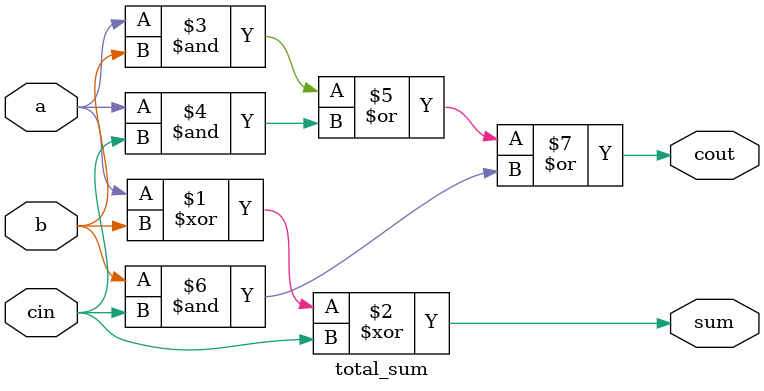
<source format=v>
module total_sum(a,b,cin,sum,cout);
  input wire a,b, cin;
  output wire sum, cout;
  
  assign sum = a^b^cin;
  assign cout = (a&b)|(a&cin)|(b&cin);
  
 endmodule
</source>
